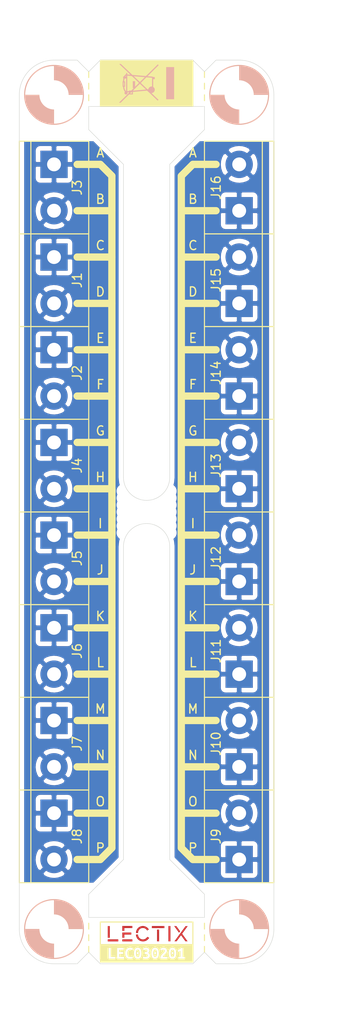
<source format=kicad_pcb>
(kicad_pcb (version 20211014) (generator pcbnew)
  (layers (0 "F.Cu" signal) (31 "B.Cu" signal) (34 "B.Paste" user) (35 "F.Paste" user) (36 "B.SilkS" user "B.Silkscreen") (37 "F.SilkS" user "F.Silkscreen") (38 "B.Mask" user) (39 "F.Mask" user) (44 "Edge.Cuts" user))
  (net 0 "")
  (net 1 "/green")
  (net 2 "/blue")
  (footprint "0_mechanical:MountingHole_3.2mm_M3" (layer "F.Cu") (at 203.2 142.24)
    (fp_text reference "H3" hide)
    (fp_text value "MountingHole" hide)
    (pad "" np_thru_hole circle locked (at 0 0) (size 3.2 3.2) (drill 3.2) (layers *.Cu *.Mask))
  )
  (footprint "0_mechanical:MountingHole_3.2mm_M3" (layer "F.Cu") (at 203.2 50.8)
    (fp_text reference "H4" hide)
    (fp_text value "MountingHole" hide)
    (pad "" np_thru_hole circle locked (at 0 0) (size 3.2 3.2) (drill 3.2) (layers *.Cu *.Mask))
  )
  (footprint "0_connectors:TerminalBlock_bornier-2_P5.08mm-blue" (layer "F.Cu") (at 203.2 134.62 90)
    (fp_text reference "J9" (at 2.54 -2.54 90) (layer "F.SilkS"))
    (fp_text value "Screw_Terminal_01x02_blue")
    (pad "1" thru_hole rect locked (at 0 0 90) (size 3 3) (drill 1.52) (layers *.Cu *.Mask) (net 2 "/blue"))
    (pad "2" thru_hole circle locked (at 5.08 0 90) (size 3 3) (drill 1.52) (layers *.Cu *.Mask) (net 2 "/blue"))
  )
  (footprint "0_connectors:TerminalBlock_bornier-2_P5.08mm-blue" (layer "F.Cu") (at 203.2 124.46 90)
    (fp_text reference "J10" (at 2.54 -2.54 90) (layer "F.SilkS"))
    (fp_text value "Screw_Terminal_01x02_blue")
    (pad "1" thru_hole rect locked (at 0 0 90) (size 3 3) (drill 1.52) (layers *.Cu *.Mask) (net 2 "/blue"))
    (pad "2" thru_hole circle locked (at 5.08 0 90) (size 3 3) (drill 1.52) (layers *.Cu *.Mask) (net 2 "/blue"))
  )
  (footprint "0_connectors:TerminalBlock_bornier-2_P5.08mm-blue" (layer "F.Cu") (at 203.2 114.3 90)
    (fp_text reference "J11" (at 2.54 -2.54 90) (layer "F.SilkS"))
    (fp_text value "Screw_Terminal_01x02_blue")
    (pad "1" thru_hole rect locked (at 0 0 90) (size 3 3) (drill 1.52) (layers *.Cu *.Mask) (net 2 "/blue"))
    (pad "2" thru_hole circle locked (at 5.08 0 90) (size 3 3) (drill 1.52) (layers *.Cu *.Mask) (net 2 "/blue"))
  )
  (footprint "0_connectors:TerminalBlock_bornier-2_P5.08mm-blue" (layer "F.Cu") (at 203.2 104.14 90)
    (fp_text reference "J12" (at 2.54 -2.54 90) (layer "F.SilkS"))
    (fp_text value "Screw_Terminal_01x02_blue")
    (pad "1" thru_hole rect locked (at 0 0 90) (size 3 3) (drill 1.52) (layers *.Cu *.Mask) (net 2 "/blue"))
    (pad "2" thru_hole circle locked (at 5.08 0 90) (size 3 3) (drill 1.52) (layers *.Cu *.Mask) (net 2 "/blue"))
  )
  (footprint "0_connectors:TerminalBlock_bornier-2_P5.08mm-green" (layer "F.Cu") (at 182.88 78.74 -90)
    (fp_text reference "J2" (at 2.54 -2.54 90) (layer "F.SilkS"))
    (fp_text value "Screw_Terminal_01x02_green")
    (pad "1" thru_hole rect locked (at 0 0 270) (size 3 3) (drill 1.52) (layers *.Cu *.Mask) (net 1 "/green"))
    (pad "2" thru_hole circle locked (at 5.08 0 270) (size 3 3) (drill 1.52) (layers *.Cu *.Mask) (net 1 "/green"))
  )
  (footprint "0_mechanical:MountingHole_3.2mm_M3" (layer "F.Cu") (at 182.88 50.8)
    (fp_text reference "H2" hide)
    (fp_text value "MountingHole" hide)
    (pad "" np_thru_hole circle locked (at 0 0) (size 3.2 3.2) (drill 3.2) (layers *.Cu *.Mask))
  )
  (footprint "0_mechanical:MountingHole_3.2mm_M3" (layer "F.Cu") (at 182.88 142.24)
    (fp_text reference "H1" hide)
    (fp_text value "MountingHole" hide)
    (pad "" np_thru_hole circle locked (at 0 0) (size 3.2 3.2) (drill 3.2) (layers *.Cu *.Mask))
  )
  (footprint "0_connectors:TerminalBlock_bornier-2_P5.08mm-green" (layer "F.Cu") (at 182.88 68.58 -90)
    (fp_text reference "J1" (at 2.54 -2.54 90) (layer "F.SilkS"))
    (fp_text value "Screw_Terminal_01x02_green")
    (pad "1" thru_hole rect locked (at 0 0 270) (size 3 3) (drill 1.52) (layers *.Cu *.Mask) (net 1 "/green"))
    (pad "2" thru_hole circle locked (at 5.08 0 270) (size 3 3) (drill 1.52) (layers *.Cu *.Mask) (net 1 "/green"))
  )
  (footprint "0_connectors:TerminalBlock_bornier-2_P5.08mm-green" (layer "F.Cu") (at 182.88 88.9 -90)
    (fp_text reference "J4" (at 2.54 -2.54 90) (layer "F.SilkS"))
    (fp_text value "Screw_Terminal_01x02_green")
    (pad "1" thru_hole rect locked (at 0 0 270) (size 3 3) (drill 1.52) (layers *.Cu *.Mask) (net 1 "/green"))
    (pad "2" thru_hole circle locked (at 5.08 0 270) (size 3 3) (drill 1.52) (layers *.Cu *.Mask) (net 1 "/green"))
  )
  (footprint "0_connectors:TerminalBlock_bornier-2_P5.08mm-green" (layer "F.Cu") (at 182.88 58.42 -90)
    (fp_text reference "J3" (at 2.54 -2.54 90) (layer "F.SilkS"))
    (fp_text value "Screw_Terminal_01x02_green")
    (pad "1" thru_hole rect locked (at 0 0 270) (size 3 3) (drill 1.52) (layers *.Cu *.Mask) (net 1 "/green"))
    (pad "2" thru_hole circle locked (at 5.08 0 270) (size 3 3) (drill 1.52) (layers *.Cu *.Mask) (net 1 "/green"))
  )
  (footprint "0_logos:Logo_10mm" (layer "F.Cu") (at 193.04 142.74)
    (fp_text reference "LOGO1" hide)
    (fp_text value "logo_lectix_25mm" hide)
    (fp_poly (pts (xy -1.56718 -0.61214) (xy -2.44094 -0.61214) (xy -2.44094 -0.29972) (xy -2.66446 -0.29972) (xy -2.66446 -0.83312) (xy -1.56718 -0.83312) (xy -1.56718 -0.61214)) (layer "F.Cu") (width 0.01) (fill solid))
    (fp_poly (pts (xy 2.61874 0.84582) (xy 2.39776 0.84582) (xy 2.39776 -0.8255) (xy 2.61874 -0.8255) (xy 2.61874 0.84582)) (layer "F.Cu") (width 0.01) (fill solid))
    (fp_poly (pts (xy -0.373791 -0.828885) (xy -0.352051 -0.828102) (xy -0.333524 -0.826865) (xy -0.32512 -0.825987) (xy -0.263464 -0.815889) (xy -0.203518 -0.801142) (xy -0.145498 -0.78188) (xy -0.08962 -0.75824) (xy -0.036099 -0.730358) (xy 0.01485 -0.698368) (xy 0.063012 -0.662408) (xy 0.108171 -0.622612) (xy 0.150111 -0.579116) (xy 0.188617 -0.532056) (xy 0.223475 -0.481567) (xy 0.224753 -0.479538) (xy 0.23095 -0.469396) (xy 0.235873 -0.460824) (xy 0.239032 -0.454716) (xy 0.239933 -0.451966) (xy 0.239927 -0.451954) (xy 0.237616 -0.450206) (xy 0.231584 -0.446064) (xy 0.222376 -0.439884) (xy 0.210541 -0.432024) (xy 0.196627 -0.422841) (xy 0.181181 -0.412692) (xy 0.16475 -0.401934) (xy 0.147883 -0.390925) (xy 0.131127 -0.380021) (xy 0.115029 -0.369581) (xy 0.100138 -0.359961) (xy 0.087 -0.351518) (xy 0.076165 -0.34461) (xy 0.068178 -0.339593) (xy 0.063588 -0.336826) (xy 0.062794 -0.336416) (xy 0.059968 -0.337282) (xy 0.055905 -0.341905) (xy 0.050305 -0.350661) (xy 0.047184 -0.356086) (xy 0.030089 -0.383572) (xy 0.009427 -0.411998) (xy -0.013771 -0.440148) (xy -0.038472 -0.466803) (xy -0.063644 -0.490746) (xy -0.07552 -0.50086) (xy -0.116154 -0.530828) (xy -0.159753 -0.556873) (xy -0.205804 -0.578774) (xy -0.253792 -0.59631) (xy -0.303203 -0.60926) (xy -0.343548 -0.616187) (xy -0.365054 -0.618232) (xy -0.389779 -0.619278) (xy -0.41624 -0.619363) (xy -0.442955 -0.61852) (xy -0.468443 -0.616786) (xy -0.491221 -0.614196) (xy -0.502174 -0.612397) (xy -0.552714 -0.600392) (xy -0.601225 -0.583901) (xy -0.647466 -0.563143) (xy -0.691196 -0.538334) (xy -0.732174 -0.509692) (xy -0.770159 -0.477434) (xy -0.80491 -0.441777) (xy -0.836186 -0.402938) (xy -0.863748 -0.361136) (xy -0.887352 -0.316587) (xy -0.90676 -0.269508) (xy -0.916801 -0.238379) (xy -0.927444 -0.193948) (xy -0.934072 -0.147895) (xy -0.936568 -0.109855) (xy -0.937972 -0.06858) (xy -1.158969 -0.06858) (xy -1.157493 -0.113665) (xy -1.153049 -0.173235) (xy -1.143761 -0.231781) (xy -1.129804 -0.289055) (xy -1.111357 -0.344808) (xy -1.088595 -0.398794) (xy -1.061694 -0.450761) (xy -1.030832 -0.500463) (xy -0.996184 -0.547651) (xy -0.957927 -0.592077) (xy -0.916238 -0.63349) (xy -0.871292 -0.671645) (xy -0.823267 -0.706291) (xy -0.772339 -0.73718) (xy -0.718684 -0.764064) (xy -0.6858 -0.777954) (xy -0.632923 -0.796535) (xy -0.578211 -0.811237) (xy -0.520795 -0.822284) (xy -0.50546 -0.824566) (xy -0.489281 -0.826312) (xy -0.469218 -0.827661) (xy -0.446456 -0.828601) (xy -0.422175 -0.829125) (xy -0.397559 -0.829223) (xy -0.373791 -0.828885)) (layer "F.Cu") (width 0.01) (fill solid))
    (fp_poly (pts (xy -3.1115 0.85344) (xy -4.25958 0.85344) (xy -4.25958 0.62992) (xy -3.1115 0.62992) (xy -3.1115 0.85344)) (layer "F.Cu") (width 0.01) (fill solid))
    (fp_poly (pts (xy -0.941598 0.135255) (xy -0.93688 0.184642) (xy -0.927286 0.233391) (xy -0.913012 0.281126) (xy -0.894257 0.327472) (xy -0.871216 0.372055) (xy -0.844087 0.4145) (xy -0.813067 0.454432) (xy -0.778352 0.491476) (xy -0.74014 0.525258) (xy -0.73406 0.530066) (xy -0.693962 0.558193) (xy -0.650655 0.582754) (xy -0.604786 0.603491) (xy -0.557001 0.620147) (xy -0.507946 0.632466) (xy -0.458267 0.640191) (xy -0.456939 0.640331) (xy -0.435583 0.641812) (xy -0.410988 0.642277) (xy -0.38483 0.641784) (xy -0.358784 0.640393) (xy -0.334525 0.638161) (xy -0.31496 0.635369) (xy -0.26458 0.623968) (xy -0.215829 0.608011) (xy -0.169027 0.587722) (xy -0.124494 0.563326) (xy -0.082553 0.53505) (xy -0.043523 0.503119) (xy -0.007725 0.467757) (xy 0.024521 0.429189) (xy 0.052893 0.387642) (xy 0.063459 0.36957) (xy 0.067764 0.361866) (xy 0.070977 0.356162) (xy 0.072419 0.35366) (xy 0.072428 0.353648) (xy 0.074718 0.354589) (xy 0.080966 0.357586) (xy 0.090622 0.362356) (xy 0.103134 0.368617) (xy 0.11795 0.376087) (xy 0.134518 0.384484) (xy 0.152288 0.393526) (xy 0.170709 0.40293) (xy 0.189227 0.412414) (xy 0.207292 0.421697) (xy 0.224353 0.430496) (xy 0.239857 0.43853) (xy 0.253254 0.445515) (xy 0.263992 0.45117) (xy 0.271519 0.455212) (xy 0.275284 0.45736) (xy 0.275579 0.457574) (xy 0.276342 0.459476) (xy 0.27565 0.462864) (xy 0.273236 0.468246) (xy 0.268829 0.47613) (xy 0.262161 0.487022) (xy 0.252963 0.501432) (xy 0.249532 0.50673) (xy 0.213745 0.557247) (xy 0.174233 0.604456) (xy 0.131253 0.648181) (xy 0.085061 0.688245) (xy 0.035915 0.724473) (xy -0.015929 0.75669) (xy -0.070214 0.784719) (xy -0.126683 0.808386) (xy -0.185078 0.827513) (xy -0.238614 0.840608) (xy -0.259549 0.844715) (xy -0.278693 0.847937) (xy -0.297214 0.850387) (xy -0.316279 0.852177) (xy -0.337056 0.853419) (xy -0.360714 0.854226) (xy -0.38481 0.854665) (xy -0.403035 0.85486) (xy -0.419929 0.85496) (xy -0.434719 0.854966) (xy -0.446633 0.85488) (xy -0.454897 0.854704) (xy -0.45847 0.854485) (xy -0.464358 0.853741) (xy -0.47369 0.85263) (xy -0.484862 0.851341) (xy -0.49022 0.850735) (xy -0.545997 0.842047) (xy -0.601993 0.828574) (xy -0.657599 0.810545) (xy -0.712206 0.788188) (xy -0.765203 0.761731) (xy -0.815981 0.731401) (xy -0.82423 0.725955) (xy -0.854202 0.705098) (xy -0.880956 0.684653) (xy -0.906058 0.663317) (xy -0.931073 0.63979) (xy -0.946282 0.624501) (xy -0.98848 0.577656) (xy -1.026384 0.528179) (xy -1.059914 0.476236) (xy -1.088986 0.421994) (xy -1.113518 0.365618) (xy -1.133426 0.307274) (xy -1.148629 0.247129) (xy -1.156813 0.201477) (xy -1.15802 0.192261) (xy -1.159423 0.17981) (xy -1.160913 0.165307) (xy -1.162382 0.149937) (xy -1.163719 0.134885) (xy -1.164815 0.121334) (xy -1.165562 0.11047) (xy -1.16585 0.103505) (xy -1.163398 0.103107) (xy -1.156379 0.102738) (xy -1.145308 0.102405) (xy -1.130696 0.102119) (xy -1.113059 0.101886) (xy -1.092909 0.101717) (xy -1.070759 0.10162) (xy -1.054481 0.1016) (xy -0.943101 0.1016) (xy -0.941598 0.135255)) (layer "F.Cu") (width 0.01) (fill solid))
    (fp_poly (pts (xy 1.95072 -0.60452) (xy 0.58166 -0.60452) (xy 0.58166 -0.8255) (xy 1.95072 -0.8255) (xy 1.95072 -0.60452)) (layer "F.Cu") (width 0.01) (fill solid))
    (fp_poly (pts (xy -4.0386 0.45212) (xy -4.25958 0.45212) (xy -4.25958 -0.82296) (xy -4.0386 -0.82296) (xy -4.0386 0.45212)) (layer "F.Cu") (width 0.01) (fill solid))
    (fp_poly (pts (xy 3.260968 -0.8255) (xy 3.466269 -0.542956) (xy 3.490799 -0.509165) (xy 3.514493 -0.476463) (xy 3.53718 -0.445091) (xy 3.558689 -0.415286) (xy 3.578848 -0.387289) (xy 3.597487 -0.361337) (xy 3.614435 -0.337671) (xy 3.62952 -0.31653) (xy 3.642571 -0.298152) (xy 3.653418 -0.282777) (xy 3.661889 -0.270644) (xy 3.667814 -0.261991) (xy 3.671021 -0.257058) (xy 3.67157 -0.255979) (xy 3.670129 -0.252999) (xy 3.666077 -0.246561) (xy 3.659817 -0.237221) (xy 3.651755 -0.225539) (xy 3.642293 -0.212072) (xy 3.631838 -0.197378) (xy 3.620793 -0.182016) (xy 3.609562 -0.166543) (xy 3.598551 -0.151517) (xy 3.588162 -0.137496) (xy 3.578801 -0.125038) (xy 3.570872 -0.114702) (xy 3.564779 -0.107045) (xy 3.560927 -0.102625) (xy 3.55981 -0.101753) (xy 3.558071 -0.103777) (xy 3.553504 -0.109705) (xy 3.546264 -0.119329) (xy 3.536502 -0.132439) (xy 3.524373 -0.148826) (xy 3.510029 -0.168281) (xy 3.493625 -0.190595) (xy 3.475313 -0.215558) (xy 3.455247 -0.242963) (xy 3.433579 -0.272598) (xy 3.410465 -0.304257) (xy 3.386056 -0.337728) (xy 3.360506 -0.372804) (xy 3.333968 -0.409276) (xy 3.306596 -0.446933) (xy 3.29819 -0.458507) (xy 3.270558 -0.496555) (xy 3.243707 -0.533532) (xy 3.217789 -0.569228) (xy 3.19296 -0.603428) (xy 3.169374 -0.635919) (xy 3.147186 -0.666489) (xy 3.126549 -0.694925) (xy 3.107618 -0.721015) (xy 3.090548 -0.744544) (xy 3.075493 -0.765301) (xy 3.062608 -0.783073) (xy 3.052047 -0.797646) (xy 3.043964 -0.808808) (xy 3.038514 -0.816346) (xy 3.035851 -0.820048) (xy 3.035625 -0.82037) (xy 3.034877 -0.821583) (xy 3.034715 -0.822588) (xy 3.035563 -0.823405) (xy 3.037844 -0.824053) (xy 3.041981 -0.824551) (xy 3.048399 -0.824919) (xy 3.057522 -0.825177) (xy 3.069772 -0.825345) (xy 3.085573 -0.825441) (xy 3.105349 -0.825486) (xy 3.129525 -0.8255) (xy 3.146554 -0.825501) (xy 3.260968 -0.8255)) (layer "F.Cu") (width 0.01) (fill solid))
    (fp_poly (pts (xy -1.56718 0.85344) (xy -2.65938 0.85344) (xy -2.65938 0.62992) (xy -1.56718 0.62992) (xy -1.56718 0.85344)) (layer "F.Cu") (width 0.01) (fill solid))
    (fp_poly (pts (xy 4.376304 -0.819908) (xy 4.39485 -0.819812) (xy 4.508296 -0.81915) (xy 4.202148 -0.400817) (xy 4.172064 -0.359702) (xy 4.142787 -0.319675) (xy 4.114458 -0.280931) (xy 4.087217 -0.243662) (xy 4.061206 -0.20806) (xy 4.036566 -0.17432) (xy 4.013436 -0.142634) (xy 3.991957 -0.113194) (xy 3.972271 -0.086194) (xy 3.954518 -0.061828) (xy 3.938839 -0.040287) (xy 3.925374 -0.021764) (xy 3.914265 -0.006454) (xy 3.905651 0.005452) (xy 3.899674 0.01376) (xy 3.896474 0.018277) (xy 3.895946 0.019087) (xy 3.897407 0.021269) (xy 3.901707 0.02737) (xy 3.908703 0.037192) (xy 3.918256 0.050541) (xy 3.930224 0.06722) (xy 3.944465 0.087032) (xy 3.960838 0.109783) (xy 3.979202 0.135275) (xy 3.999416 0.163314) (xy 4.021337 0.193701) (xy 4.044825 0.226243) (xy 4.069739 0.260742) (xy 4.095938 0.297003) (xy 4.123279 0.334829) (xy 4.151622 0.374025) (xy 4.180825 0.414395) (xy 4.192671 0.430766) (xy 4.22219 0.471564) (xy 4.250913 0.511274) (xy 4.278699 0.549701) (xy 4.305405 0.586647) (xy 4.330889 0.621916) (xy 4.35501 0.65531) (xy 4.377626 0.686635) (xy 4.398595 0.715692) (xy 4.417775 0.742285) (xy 4.435025 0.766218) (xy 4.450202 0.787293) (xy 4.463164 0.805315) (xy 4.47377 0.820086) (xy 4.481878 0.831411) (xy 4.487346 0.839091) (xy 4.490033 0.842932) (xy 4.490296 0.843347) (xy 4.488016 0.843981) (xy 4.480822 0.844522) (xy 4.468878 0.844969) (xy 4.452349 0.845317) (xy 4.4314 0.845563) (xy 4.406196 0.845703) (xy 4.377266 0.845734) (xy 4.26339 0.845649) (xy 4.02209 0.51178) (xy 3.995526 0.475037) (xy 3.969765 0.439426) (xy 3.944965 0.405163) (xy 3.921283 0.372466) (xy 3.898876 0.34155) (xy 3.877902 0.312632) (xy 3.858517 0.285929) (xy 3.84088 0.261658) (xy 3.825147 0.240034) (xy 3.811475 0.221274) (xy 3.800023 0.205596) (xy 3.790948 0.193215) (xy 3.784406 0.184347) (xy 3.780556 0.179211) (xy 3.77952 0.177933) (xy 3.777906 0.17995) (xy 3.773455 0.185854) (xy 3.766324 0.195427) (xy 3.756674 0.208455) (xy 3.744661 0.224722) (xy 3.730447 0.24401) (xy 3.714188 0.266106) (xy 3.696044 0.290791) (xy 3.676173 0.317851) (xy 3.654734 0.34707) (xy 3.631887 0.378231) (xy 3.607789 0.411119) (xy 3.5826 0.445518) (xy 3.556477 0.481211) (xy 3.53568 0.509644) (xy 3.508925 0.546214) (xy 3.482965 0.581667) (xy 3.457961 0.615786) (xy 3.434072 0.648355) (xy 3.411458 0.679156) (xy 3.390279 0.707973) (xy 3.370693 0.734589) (xy 3.352863 0.758787) (xy 3.336946 0.78035) (xy 3.323102 0.799061) (xy 3.311493 0.814704) (xy 3.302276 0.827061) (xy 3.295613 0.835916) (xy 3.291662 0.841051) (xy 3.29057 0.842335) (xy 3.287574 0.842529) (xy 3.280025 0.84268) (xy 3.26845 0.842789) (xy 3.253375 0.842853) (xy 3.235327 0.84287) (xy 3.214833 0.842839) (xy 3.192419 0.842759) (xy 3.175648 0.842672) (xy 3.063267 0.84201) (xy 3.669225 0.01397) (xy 3.711717 -0.044093) (xy 3.753457 -0.101122) (xy 3.794343 -0.156981) (xy 3.834276 -0.211531) (xy 3.873154 -0.264637) (xy 3.910878 -0.316161) (xy 3.947347 -0.365964) (xy 3.982459 -0.413911) (xy 4.016115 -0.459864) (xy 4.048214 -0.503686) (xy 4.078655 -0.545239) (xy 4.107338 -0.584386) (xy 4.134162 -0.620989) (xy 4.159027 -0.654913) (xy 4.181832 -0.686019) (xy 4.202477 -0.714169) (xy 4.22086 -0.739228) (xy 4.236882 -0.761057) (xy 4.250441 -0.779519) (xy 4.261437 -0.794478) (xy 4.269771 -0.805795) (xy 4.27534 -0.813333) (xy 4.278045 -0.816956) (xy 4.278294 -0.817272) (xy 4.280129 -0.818064) (xy 4.284193 -0.818708) (xy 4.29086 -0.819211) (xy 4.300504 -0.819582) (xy 4.313497 -0.819829) (xy 4.330212 -0.819961) (xy 4.351024 -0.819984) (xy 4.376304 -0.819908)) (layer "F.Cu") (width 0.01) (fill solid))
    (fp_poly (pts (xy -1.68148 0.10922) (xy -2.44094 0.10922) (xy -2.44094 0.45212) (xy -2.66192 0.45212) (xy -2.66192 -0.1143) (xy -1.68148 -0.1143) (xy -1.68148 0.10922)) (layer "F.Cu") (width 0.01) (fill solid))
    (fp_poly (pts (xy 1.3716 0.84582) (xy 1.15062 0.84582) (xy 1.15062 -0.43688) (xy 1.3716 -0.43688) (xy 1.3716 0.84582)) (layer "F.Cu") (width 0.01) (fill solid))
  )
  (footprint "0_connectors:TerminalBlock_bornier-2_P5.08mm-green" (layer "F.Cu") (at 182.88 99.06 -90)
    (fp_text reference "J5" (at 2.54 -2.54 90) (layer "F.SilkS"))
    (fp_text value "Screw_Terminal_01x02_green")
    (pad "1" thru_hole rect locked (at 0 0 270) (size 3 3) (drill 1.52) (layers *.Cu *.Mask) (net 1 "/green"))
    (pad "2" thru_hole circle locked (at 5.08 0 270) (size 3 3) (drill 1.52) (layers *.Cu *.Mask) (net 1 "/green"))
  )
  (footprint "0_connectors:TerminalBlock_bornier-2_P5.08mm-green" (layer "F.Cu") (at 182.88 109.22 -90)
    (fp_text reference "J6" (at 2.54 -2.54 90) (layer "F.SilkS"))
    (fp_text value "Screw_Terminal_01x02_green")
    (pad "1" thru_hole rect locked (at 0 0 270) (size 3 3) (drill 1.52) (layers *.Cu *.Mask) (net 1 "/green"))
    (pad "2" thru_hole circle locked (at 5.08 0 270) (size 3 3) (drill 1.52) (layers *.Cu *.Mask) (net 1 "/green"))
  )
  (footprint "0_connectors:TerminalBlock_bornier-2_P5.08mm-green" (layer "F.Cu") (at 182.88 119.38 -90)
    (fp_text reference "J7" (at 2.54 -2.54 90) (layer "F.SilkS"))
    (fp_text value "Screw_Terminal_01x02_green")
    (pad "1" thru_hole rect locked (at 0 0 270) (size 3 3) (drill 1.52) (layers *.Cu *.Mask) (net 1 "/green"))
    (pad "2" thru_hole circle locked (at 5.08 0 270) (size 3 3) (drill 1.52) (layers *.Cu *.Mask) (net 1 "/green"))
  )
  (footprint "0_connectors:TerminalBlock_bornier-2_P5.08mm-green" (layer "F.Cu") (at 182.88 129.54 -90)
    (fp_text reference "J8" (at 2.54 -2.54 90) (layer "F.SilkS"))
    (fp_text value "Screw_Terminal_01x02_green")
    (pad "1" thru_hole rect locked (at 0 0 270) (size 3 3) (drill 1.52) (layers *.Cu *.Mask) (net 1 "/green"))
    (pad "2" thru_hole circle locked (at 5.08 0 270) (size 3 3) (drill 1.52) (layers *.Cu *.Mask) (net 1 "/green"))
  )
  (footprint "0_connectors:TerminalBlock_bornier-2_P5.08mm-blue" (layer "F.Cu") (at 203.2 93.98 90)
    (fp_text reference "J13" (at 2.54 -2.54 90) (layer "F.SilkS"))
    (fp_text value "Screw_Terminal_01x02_blue")
    (pad "1" thru_hole rect locked (at 0 0 90) (size 3 3) (drill 1.52) (layers *.Cu *.Mask) (net 2 "/blue"))
    (pad "2" thru_hole circle locked (at 5.08 0 90) (size 3 3) (drill 1.52) (layers *.Cu *.Mask) (net 2 "/blue"))
  )
  (footprint "0_connectors:TerminalBlock_bornier-2_P5.08mm-blue" (layer "F.Cu") (at 203.2 83.82 90)
    (fp_text reference "J14" (at 2.54 -2.54 90) (layer "F.SilkS"))
    (fp_text value "Screw_Terminal_01x02_blue")
    (pad "1" thru_hole rect locked (at 0 0 90) (size 3 3) (drill 1.52) (layers *.Cu *.Mask) (net 2 "/blue"))
    (pad "2" thru_hole circle locked (at 5.08 0 90) (size 3 3) (drill 1.52) (layers *.Cu *.Mask) (net 2 "/blue"))
  )
  (footprint "0_connectors:TerminalBlock_bornier-2_P5.08mm-blue" (layer "F.Cu") (at 203.2 73.66 90)
    (fp_text reference "J15" (at 2.54 -2.54 90) (layer "F.SilkS"))
    (fp_text value "Screw_Terminal_01x02_blue")
    (pad "1" thru_hole rect locked (at 0 0 90) (size 3 3) (drill 1.52) (layers *.Cu *.Mask) (net 2 "/blue"))
    (pad "2" thru_hole circle locked (at 5.08 0 90) (size 3 3) (drill 1.52) (layers *.Cu *.Mask) (net 2 "/blue"))
  )
  (footprint "0_connectors:TerminalBlock_bornier-2_P5.08mm-blue" (layer "F.Cu") (at 203.2 63.5 90)
    (fp_text reference "J16" (at 2.54 -2.54 90) (layer "F.SilkS"))
    (fp_text value "Screw_Terminal_01x02_blue")
    (pad "1" thru_hole rect locked (at 0 0 90) (size 3 3) (drill 1.52) (layers *.Cu *.Mask) (net 2 "/blue"))
    (pad "2" thru_hole circle locked (at 5.08 0 90) (size 3 3) (drill 1.52) (layers *.Cu *.Mask) (net 2 "/blue"))
  )
  (footprint "0_panel:hole-npth" (layer "F.Cu") (at 190.5 94.234)
    (fp_text reference "REF**" hide)
    (fp_text value "hole-npth" hide)
    (pad "" np_thru_hole circle locked (at 0 0) (size 0.5 0.5) (drill 0.5) (layers *.Cu *.Mask))
  )
  (footprint "0_panel:hole-npth" (layer "F.Cu") (at 190.5 98.806)
    (fp_text reference "REF**" hide)
    (fp_text value "hole-npth" hide)
    (pad "" np_thru_hole circle locked (at 0 0) (size 0.5 0.5) (drill 0.5) (layers *.Cu *.Mask))
  )
  (footprint "0_panel:hole-npth" (layer "F.Cu") (at 190.5 94.996)
    (fp_text reference "REF**" hide)
    (fp_text value "hole-npth" hide)
    (pad "" np_thru_hole circle locked (at 0 0) (size 0.5 0.5) (drill 0.5) (layers *.Cu *.Mask))
  )
  (footprint "0_panel:hole-npth" (layer "F.Cu") (at 195.58 94.234)
    (fp_text reference "REF**" hide)
    (fp_text value "hole-npth" hide)
    (pad "" np_thru_hole circle locked (at 0 0) (size 0.5 0.5) (drill 0.5) (layers *.Cu *.Mask))
  )
  (footprint "0_panel:hole-npth" (layer "F.Cu") (at 195.58 96.52)
    (fp_text reference "REF**" hide)
    (fp_text value "hole-npth" hide)
    (pad "" np_thru_hole circle locked (at 0 0) (size 0.5 0.5) (drill 0.5) (layers *.Cu *.Mask))
  )
  (footprint "0_panel:hole-npth" (layer "F.Cu") (at 195.58 95.758)
    (fp_text reference "REF**" hide)
    (fp_text value "hole-npth" hide)
    (pad "" np_thru_hole circle locked (at 0 0) (size 0.5 0.5) (drill 0.5) (layers *.Cu *.Mask))
  )
  (footprint "0_panel:hole-npth" (layer "F.Cu") (at 195.58 98.806)
    (fp_text reference "REF**" hide)
    (fp_text value "hole-npth" hide)
    (pad "" np_thru_hole circle locked (at 0 0) (size 0.5 0.5) (drill 0.5) (layers *.Cu *.Mask))
  )
  (footprint "0_panel:hole-npth" (layer "F.Cu") (at 195.58 94.996)
    (fp_text reference "REF**" hide)
    (fp_text value "hole-npth" hide)
    (pad "" np_thru_hole circle locked (at 0 0) (size 0.5 0.5) (drill 0.5) (layers *.Cu *.Mask))
  )
  (footprint "0_panel:hole-npth" (layer "F.Cu") (at 195.58 98.044)
    (fp_text reference "REF**" hide)
    (fp_text value "hole-npth" hide)
    (pad "" np_thru_hole circle locked (at 0 0) (size 0.5 0.5) (drill 0.5) (layers *.Cu *.Mask))
  )
  (footprint "0_panel:hole-npth" (layer "F.Cu") (at 195.58 97.282)
    (fp_text reference "REF**" hide)
    (fp_text value "hole-npth" hide)
    (pad "" np_thru_hole circle locked (at 0 0) (size 0.5 0.5) (drill 0.5) (layers *.Cu *.Mask))
  )
  (footprint "0_panel:hole-npth" (layer "F.Cu") (at 190.5 96.52)
    (fp_text reference "REF**" hide)
    (fp_text value "hole-npth" hide)
    (pad "" np_thru_hole circle locked (at 0 0) (size 0.5 0.5) (drill 0.5) (layers *.Cu *.Mask))
  )
  (footprint "0_panel:hole-npth" (layer "F.Cu") (at 190.5 97.282)
    (fp_text reference "REF**" hide)
    (fp_text value "hole-npth" hide)
    (pad "" np_thru_hole circle locked (at 0 0) (size 0.5 0.5) (drill 0.5) (layers *.Cu *.Mask))
  )
  (footprint "kikit:Tab" (layer "F.Cu") (at 193.1 46.75 -90)
    (fp_text reference "REF**" hide)
    (fp_text value "Tab")
  )
  (footprint "0_panel:hole-npth" (layer "F.Cu") (at 190.5 98.044)
    (fp_text reference "REF**" hide)
    (fp_text value "hole-npth" hide)
    (pad "" np_thru_hole circle locked (at 0 0) (size 0.5 0.5) (drill 0.5) (layers *.Cu *.Mask))
  )
  (footprint "0_panel:hole-npth" (layer "F.Cu") (at 190.5 95.758)
    (fp_text reference "REF**" hide)
    (fp_text value "hole-npth" hide)
    (pad "" np_thru_hole circle locked (at 0 0) (size 0.5 0.5) (drill 0.5) (layers *.Cu *.Mask))
  )
  (footprint "kibuzzard-627E8DB1" (layer "F.Cu") (at 193.05 144.9)
    (fp_text reference "kibuzzard-627E8DB1" hide)
    (fp_text value "G***" hide)
  )
  (footprint "kikit:Tab" (layer "F.Cu") (at 192.8 146.3 90)
    (fp_text reference "REF**" hide)
    (fp_text value "Tab")
  )
  (footprint "Symbol:WEEE-Logo_4.2x6mm_SilkScreen" (layer "B.Cu") (at 193.04 49.53 -90)
    (fp_text reference "REF**" hide)
    (fp_text value "WEEE-Logo_4.2x6mm_SilkScreen" hide)
  )
  (gr_line (start 187.96 58.42) (end 185.42 58.42) (layer "F.SilkS") (width 0.8))
  (gr_line (start 189.23 59.69) (end 187.96 58.42) (layer "F.SilkS") (width 0.8))
  (gr_line (start 189.23 83.82) (end 185.42 83.82) (layer "F.SilkS") (width 0.8))
  (gr_line (start 189.23 88.9) (end 185.42 88.9) (layer "F.SilkS") (width 0.8))
  (gr_line (start 189.23 73.66) (end 185.42 73.66) (layer "F.SilkS") (width 0.8))
  (gr_line (start 189.23 63.5) (end 185.42 63.5) (layer "F.SilkS") (width 0.8))
  (gr_line (start 189.23 78.74) (end 185.42 78.74) (layer "F.SilkS") (width 0.8))
  (gr_line (start 189.23 68.58) (end 185.42 68.58) (layer "F.SilkS") (width 0.8))
  (gr_line (start 185.42 93.98) (end 189.23 93.98) (layer "F.SilkS") (width 0.8))
  (gr_line (start 189.23 100.33) (end 189.23 59.69) (layer "F.SilkS") (width 0.8))
  (gr_line (start 198.12 141.47) (end 187.96 141.47) (layer "F.SilkS") (width 0.12))
  (gr_line (start 196.85 129.54) (end 200.66 129.54) (layer "F.SilkS") (width 0.8))
  (gr_line (start 200.66 124.46) (end 196.85 124.46) (layer "F.SilkS") (width 0.8))
  (gr_line (start 196.85 119.38) (end 200.66 119.38) (layer "F.SilkS") (width 0.8))
  (gr_line (start 200.66 114.3) (end 196.85 114.3) (layer "F.SilkS") (width 0.8))
  (gr_line (start 196.85 109.22) (end 200.66 109.22) (layer "F.SilkS") (width 0.8))
  (gr_line (start 200.66 104.14) (end 196.85 104.14) (layer "F.SilkS") (width 0.8))
  (gr_line (start 196.85 99.06) (end 200.66 99.06) (layer "F.SilkS") (width 0.8))
  (gr_line (start 196.85 133.35) (end 196.85 92.71) (layer "F.SilkS") (width 0.8))
  (gr_line (start 198.12 134.62) (end 196.85 133.35) (layer "F.SilkS") (width 0.8))
  (gr_line (start 200.66 134.62) (end 198.12 134.62) (layer "F.SilkS") (width 0.8))
  (gr_line (start 189.23 104.14) (end 185.42 104.14) (layer "F.SilkS") (width 0.8))
  (gr_line (start 189.23 109.22) (end 185.42 109.22) (layer "F.SilkS") (width 0.8))
  (gr_line (start 189.23 114.3) (end 185.42 114.3) (layer "F.SilkS") (width 0.8))
  (gr_line (start 189.23 119.38) (end 185.42 119.38) (layer "F.SilkS") (width 0.8))
  (gr_line (start 189.23 124.46) (end 185.42 124.46) (layer "F.SilkS") (width 0.8))
  (gr_line (start 189.23 129.54) (end 185.42 129.54) (layer "F.SilkS") (width 0.8))
  (gr_line (start 189.23 99.06) (end 185.42 99.06) (layer "F.SilkS") (width 0.8))
  (gr_line (start 189.23 133.35) (end 189.23 100.33) (layer "F.SilkS") (width 0.8))
  (gr_line (start 187.96 134.62) (end 189.23 133.35) (layer "F.SilkS") (width 0.8))
  (gr_line (start 185.42 134.62) (end 187.96 134.62) (layer "F.SilkS") (width 0.8))
  (gr_line (start 200.66 73.66) (end 196.85 73.66) (layer "F.SilkS") (width 0.8))
  (gr_line (start 196.85 88.9) (end 200.66 88.9) (layer "F.SilkS") (width 0.8))
  (gr_line (start 196.85 92.71) (end 196.85 59.69) (layer "F.SilkS") (width 0.8))
  (gr_line (start 200.66 83.82) (end 196.85 83.82) (layer "F.SilkS") (width 0.8))
  (gr_line (start 187.96 145.55) (end 198.12 145.55) (layer "F.SilkS") (width 0.12))
  (gr_line (start 199.39 143.51) (end 199.39 142.875) (layer "F.SilkS") (width 0.12))
  (gr_line (start 196.85 59.69) (end 198.12 58.42) (layer "F.SilkS") (width 0.8))
  (gr_line (start 199.39 48.26) (end 199.39 48.895) (layer "F.SilkS") (width 0.12))
  (gr_line (start 186.69 141.605) (end 186.69 142.24) (layer "F.SilkS") (width 0.12))
  (gr_line (start 186.69 144.145) (end 186.69 144.78) (layer "F.SilkS") (width 0.12))
  (gr_line (start 186.69 48.26) (end 186.69 48.895) (layer "F.SilkS") (width 0.12))
  (gr_line (start 196.85 68.58) (end 200.66 68.58) (layer "F.SilkS") (width 0.8))
  (gr_line (start 200.66 93.98) (end 196.85 93.98) (layer "F.SilkS") (width 0.8))
  (gr_line (start 186.69 49.53) (end 186.69 50.165) (layer "F.SilkS") (width 0.12))
  (gr_line (start 199.39 50.8) (end 199.39 51.435) (layer "F.SilkS") (width 0.12))
  (gr_line (start 200.66 63.5) (end 196.85 63.5) (layer "F.SilkS") (width 0.8))
  (gr_line (start 187.96 141.47) (end 187.96 145.55) (layer "F.SilkS") (width 0.12))
  (gr_line (start 199.39 144.78) (end 199.39 144.145) (layer "F.SilkS") (width 0.12))
  (gr_line (start 198.12 58.42) (end 200.66 58.42) (layer "F.SilkS") (width 0.8))
  (gr_line (start 186.69 142.875) (end 186.69 143.51) (layer "F.SilkS") (width 0.12))
  (gr_line (start 196.85 78.74) (end 200.66 78.74) (layer "F.SilkS") (width 0.8))
  (gr_line (start 198.12 145.55) (end 198.12 141.47) (layer "F.SilkS") (width 0.12))
  (gr_line (start 186.69 50.8) (end 186.69 51.435) (layer "F.SilkS") (width 0.12))
  (gr_poly (pts (xy 198.12 52.07) (xy 187.96 52.07) (xy 187.96 46.99) (xy 198.12 46.99)) (layer "F.SilkS") (width 0.1) (fill solid))
  (gr_line (start 199.39 49.53) (end 199.39 50.165) (layer "F.SilkS") (width 0.12))
  (gr_line (start 199.39 142.24) (end 199.39 141.605) (layer "F.SilkS") (width 0.12))
  (gr_line (start 186.69 54.61) (end 190.5 58.42) (layer "Edge.Cuts") (width 0.05))
  (gr_line (start 186.69 138.43) (end 190.5 134.62) (layer "Edge.Cuts") (width 0.05))
  (gr_line (start 190.5 92.71) (end 190.5 58.42) (layer "Edge.Cuts") (width 0.05))
  (gr_line (start 199.39 140.97) (end 199.39 138.43) (layer "Edge.Cuts") (width 0.05))
  (gr_line (start 186.69 140.97) (end 186.69 138.43) (layer "Edge.Cuts") (width 0.05))
  (gr_line (start 199.39 54.61) (end 199.39 52.07) (layer "Edge.Cuts") (width 0.05))
  (gr_line (start 186.69 54.61) (end 186.69 52.07) (layer "Edge.Cuts") (width 0.05))
  (gr_line (start 198.12 46.99) (end 199.39 48.26) (layer "Edge.Cuts") (width 0.05))
  (gr_line (start 185.42 46.99) (end 186.69 48.26) (layer "Edge.Cuts") (width 0.05))
  (gr_line (start 182.88 46.99) (end 185.42 46.99) (layer "Edge.Cuts") (width 0.05))
  (gr_line (start 187.96 146.05) (end 198.12 146.05) (layer "Edge.Cuts") (width 0.05))
  (gr_line (start 185.42 146.05) (end 186.69 144.78) (layer "Edge.Cuts") (width 0.05))
  (gr_line (start 182.88 146.05) (end 185.42 146.05) (layer "Edge.Cuts") (width 0.05))
  (gr_line (start 179.07 50.8) (end 179.07 142.24) (layer "Edge.Cuts") (width 0.05))
  (gr_line (start 207.01 50.8) (end 207.01 142.24) (layer "Edge.Cuts") (width 0.05))
  (gr_arc (start 203.2 46.99) (mid 205.894077 48.105923) (end 207.01 50.8) (layer "Edge.Cuts") (width 0.05))
  (gr_arc (start 182.88 146.05) (mid 180.185923 144.934077) (end 179.07 142.24) (layer "Edge.Cuts") (width 0.05))
  (gr_line (start 200.66 46.99) (end 203.2 46.99) (layer "Edge.Cuts") (width 0.05))
  (gr_line (start 198.12 146.05) (end 199.39 144.78) (layer "Edge.Cuts") (width 0.05))
  (gr_line (start 199.39 144.78) (end 200.66 146.05) (layer "Edge.Cuts") (width 0.05))
  (gr_line (start 187.96 46.99) (end 198.12 46.99) (layer "Edge.Cuts") (width 0.05))
  (gr_line (start 186.69 48.26) (end 187.96 46.99) (layer "Edge.Cuts") (width 0.05))
  (gr_line (start 200.66 146.05) (end 203.2 146.05) (layer "Edge.Cuts") (width 0.05))
  (gr_arc (start 179.07 50.8) (mid 180.185923 48.105923) (end 182.88 46.99) (layer "Edge.Cuts") (width 0.05))
  (gr_line (start 190.5 100.33) (end 190.5 134.62) (layer "Edge.Cuts") (width 0.05))
  (gr_line (start 195.58 134.62) (end 195.58 100.33) (layer "Edge.Cuts") (width 0.05))
  (gr_arc (start 190.5 100.33) (mid 193.04 97.79) (end 195.58 100.33) (layer "Edge.Cuts") (width 0.05))
  (gr_arc (start 207.01 142.24) (mid 205.894077 144.934077) (end 203.2 146.05) (layer "Edge.Cuts") (width 0.05))
  (gr_arc (start 195.58 92.71) (mid 193.04 95.25) (end 190.5 92.71) (layer "Edge.Cuts") (width 0.05))
  (gr_line (start 199.39 140.97) (end 198.12 140.97) (layer "Edge.Cuts") (width 0.05))
  (gr_line (start 195.58 58.42) (end 195.58 92.71) (layer "Edge.Cuts") (width 0.05))
  (gr_line (start 195.58 134.62) (end 199.39 138.43) (layer "Edge.Cuts") (width 0.05))
  (gr_line (start 199.39 54.61) (end 195.58 58.42) (layer "Edge.Cuts") (width 0.05))
  (gr_line (start 186.69 144.78) (end 187.96 146.05) (layer "Edge.Cuts") (width 0.05))
  (gr_line (start 186.69 52.07) (end 199.39 52.07) (layer "Edge.Cuts") (width 0.05))
  (gr_line (start 199.39 48.26) (end 200.66 46.99) (layer "Edge.Cuts") (width 0.05))
  (gr_line (start 198.12 140.97) (end 186.69 140.97) (layer "Edge.Cuts") (width 0.05))
  (gr_text "D" (at 198.12 72.39) (layer "F.SilkS") (effects (font (size 1 1))))
  (gr_text "D" (at 187.96 72.39) (layer "F.SilkS") (effects (font (size 1 1))))
  (gr_text "G" (at 198.12 87.63) (layer "F.SilkS") (effects (font (size 1 1))))
  (gr_text "H" (at 198.12 92.71) (layer "F.SilkS") (effects (font (size 1 1))))
  (gr_text "G" (at 187.96 87.63) (layer "F.SilkS") (effects (font (size 1 1))))
  (gr_text "B" (at 198.12 62.23) (layer "F.SilkS") (effects (font (size 1 1))))
  (gr_text "F" (at 198.12 82.55) (layer "F.SilkS") (effects (font (size 1 1))))
  (gr_text "A" (at 187.96 57.15) (layer "F.SilkS") (effects (font (size 1 1))))
  (gr_text "I" (at 198.12 97.79) (layer "F.SilkS") (effects (font (size 1 1))))
  (gr_text "O" (at 187.96 128.27) (layer "F.SilkS") (effects (font (size 1 1))))
  (gr_text "M" (at 187.96 118.11) (layer "F.SilkS") (effects (font (size 1 1))))
  (gr_text "N" (at 198.12 123.19) (layer "F.SilkS") (effects (font (size 1 1))))
  (gr_text "M" (at 198.12 118.11) (layer "F.SilkS") (effects (font (size 1 1))))
  (gr_text "C" (at 198.12 67.31) (layer "F.SilkS") (effects (font (size 1 1))))
  (gr_text "E" (at 187.96 77.47) (layer "F.SilkS") (effects (font (size 1 1))))
  (gr_text "C" (at 187.96 67.31) (layer "F.SilkS") (effects (font (size 1 1))))
  (gr_text "J" (at 198.12 102.87) (layer "F.SilkS") (effects (font (size 1 1))))
  (gr_text "B" (at 187.96 62.23) (layer "F.SilkS") (effects (font (size 1 1))))
  (gr_text "K" (at 198.12 107.95) (layer "F.SilkS") (effects (font (size 1 1))))
  (gr_text "P" (at 198.12 133.35) (layer "F.SilkS") (effects (font (size 1 1))))
  (gr_text "H" (at 187.96 92.71) (layer "F.SilkS") (effects (font (size 1 1))))
  (gr_text "J" (at 187.96 102.87) (layer "F.SilkS") (effects (font (size 1 1))))
  (gr_text "K" (at 187.96 107.95) (layer "F.SilkS") (effects (font (size 1 1))))
  (gr_text "A" (at 198.12 57.15) (layer "F.SilkS") (effects (font (size 1 1))))
  (gr_text "L" (at 198.12 113.03) (layer "F.SilkS") (effects (font (size 1 1))))
  (gr_text "L" (at 187.96 113.03) (layer "F.SilkS") (effects (font (size 1 1))))
  (gr_text "N" (at 187.96 123.19) (layer "F.SilkS") (effects (font (size 1 1))))
  (gr_text "I" (at 187.96 97.79) (layer "F.SilkS") (effects (font (size 1 1))))
  (gr_text "O" (at 198.12 128.27) (layer "F.SilkS") (effects (font (size 1 1))))
  (gr_text "P" (at 187.96 133.35) (layer "F.SilkS") (effects (font (size 1 1))))
  (gr_text "E" (at 198.12 77.47) (layer "F.SilkS") (effects (font (size 1 1))))
  (gr_text "F" (at 187.96 82.55) (layer "F.SilkS") (effects (font (size 1 1))))
  (zone (net 1) (net_name "/green") (layer "F.Cu") (connect_pads (clearance 0.508)) (min_thickness 0.254) (fill yes (thermal_gap 0.508) (thermal_bridge_width 0.508))
    (polygon (pts (xy 190.5 137.16) (xy 179.07 137.16) (xy 179.07 55.88) (xy 190.5 55.88)))
  )
  (zone (net 2) (net_name "/blue") (layer "F.Cu") (connect_pads (clearance 0.508)) (min_thickness 0.254) (fill yes (thermal_gap 0.508) (thermal_bridge_width 0.508))
    (polygon (pts (xy 207.01 137.16) (xy 195.58 137.16) (xy 195.58 55.88) (xy 207.01 55.88)))
  )
  (zone (net 2) (net_name "/blue") (layer "B.Cu") (connect_pads (clearance 0.508)) (min_thickness 0.254) (fill yes (thermal_gap 0.508) (thermal_bridge_width 0.508))
    (polygon (pts (xy 195.58 137.16) (xy 207.01 137.16) (xy 207.01 55.88) (xy 195.58 55.88)))
  )
  (zone (net 1) (net_name "/green") (layer "B.Cu") (connect_pads (clearance 0.508)) (min_thickness 0.254) (fill yes (thermal_gap 0.508) (thermal_bridge_width 0.508))
    (polygon (pts (xy 179.07 137.16) (xy 190.5 137.16) (xy 190.5 55.88) (xy 179.07 55.88)))
  )
)
</source>
